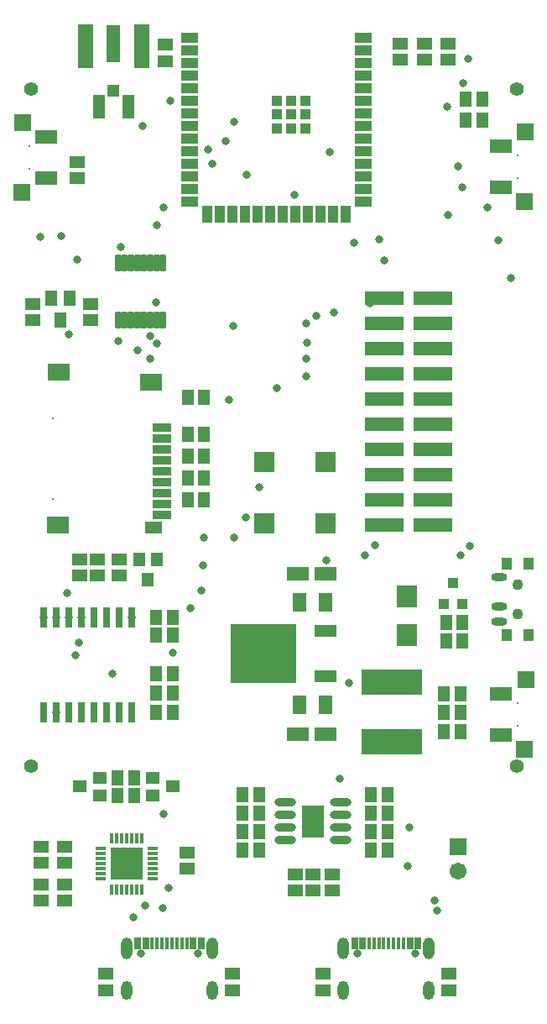
<source format=gbs>
G04*
G04 #@! TF.GenerationSoftware,Altium Limited,Altium Designer,20.1.7 (139)*
G04*
G04 Layer_Color=16711935*
%FSLAX25Y25*%
%MOIN*%
G70*
G04*
G04 #@! TF.SameCoordinates,5ECA0F7F-463D-40B6-9D18-12E9E7DCF4CC*
G04*
G04*
G04 #@! TF.FilePolarity,Negative*
G04*
G01*
G75*
%ADD22R,0.06115X0.17335*%
%ADD23R,0.06706X0.06706*%
%ADD24C,0.06706*%
%ADD25C,0.04343*%
%ADD26C,0.00800*%
%ADD27C,0.05524*%
%ADD28O,0.04343X0.07493*%
%ADD29O,0.04343X0.08674*%
%ADD30C,0.03162*%
%ADD31C,0.03300*%
%ADD84R,0.04540X0.05918*%
%ADD85R,0.24422X0.10249*%
%ADD86R,0.05918X0.04540*%
%ADD87R,0.08661X0.12598*%
%ADD88O,0.08674X0.03162*%
%ADD89R,0.08670X0.05520*%
%ADD90R,0.05328X0.07690*%
%ADD91R,0.26391X0.23635*%
%ADD92R,0.08674X0.04540*%
%ADD93R,0.07887X0.08674*%
%ADD94R,0.03950X0.04343*%
%ADD95R,0.02900X0.07900*%
%ADD96O,0.06312X0.03162*%
%ADD97R,0.03950X0.04737*%
%ADD98R,0.07887X0.07887*%
%ADD99R,0.04800X0.05300*%
%ADD100R,0.06706X0.06706*%
%ADD101R,0.08674X0.05524*%
G04:AMPARAMS|DCode=102|XSize=69.81mil|YSize=24.14mil|CornerRadius=6.02mil|HoleSize=0mil|Usage=FLASHONLY|Rotation=90.000|XOffset=0mil|YOffset=0mil|HoleType=Round|Shape=RoundedRectangle|*
%AMROUNDEDRECTD102*
21,1,0.06981,0.01211,0,0,90.0*
21,1,0.05778,0.02414,0,0,90.0*
1,1,0.01204,0.00605,0.02889*
1,1,0.01204,0.00605,-0.02889*
1,1,0.01204,-0.00605,-0.02889*
1,1,0.01204,-0.00605,0.02889*
%
%ADD102ROUNDEDRECTD102*%
%ADD103R,0.07800X0.03800*%
%ADD104R,0.06800X0.04800*%
%ADD105R,0.08800X0.06800*%
%ADD106R,0.05300X0.04800*%
%ADD107R,0.01800X0.04343*%
%ADD108R,0.04343X0.01800*%
%ADD109R,0.13005X0.13005*%
%ADD110R,0.15288X0.05800*%
%ADD111R,0.02756X0.04882*%
%ADD112R,0.01575X0.04882*%
%ADD113R,0.04737X0.06312*%
%ADD114R,0.06706X0.04343*%
%ADD115R,0.04343X0.06706*%
%ADD116R,0.04343X0.04343*%
%ADD117R,0.04934X0.09461*%
%ADD118R,0.04737X0.04934*%
%ADD119R,0.05800X0.14973*%
D22*
X266122Y662713D02*
D03*
X243878D02*
D03*
D23*
X391876Y344922D02*
D03*
D24*
Y335079D02*
D03*
D25*
X415500Y449000D02*
D03*
Y437188D02*
D03*
D26*
X415579Y392752D02*
D03*
X415547Y401902D02*
D03*
X415500Y610110D02*
D03*
X415469Y619260D02*
D03*
X230953Y514740D02*
D03*
Y483047D02*
D03*
X221531Y613850D02*
D03*
X221500Y623000D02*
D03*
D27*
X415326Y376842D02*
D03*
X222019D02*
D03*
Y645543D02*
D03*
X415326D02*
D03*
D28*
X346282Y288000D02*
D03*
X380337D02*
D03*
X294219D02*
D03*
X260163D02*
D03*
D29*
X346282Y304417D02*
D03*
X380337D02*
D03*
X294219D02*
D03*
X260163D02*
D03*
D30*
X351931Y302488D02*
D03*
X374687D02*
D03*
X288569D02*
D03*
X265813D02*
D03*
D31*
X278469Y413500D02*
D03*
X336500Y350500D02*
D03*
X319000Y425500D02*
D03*
X320000Y527000D02*
D03*
X388000Y595500D02*
D03*
X413000Y570500D02*
D03*
X285500Y439500D02*
D03*
X290000Y446500D02*
D03*
X339333Y389626D02*
D03*
X278500Y422000D02*
D03*
X262108Y435800D02*
D03*
X306500Y366000D02*
D03*
X248608Y452504D02*
D03*
X236500Y445500D02*
D03*
X339500Y458500D02*
D03*
X290500Y456500D02*
D03*
X226096Y338536D02*
D03*
X323098Y352496D02*
D03*
X323061Y357534D02*
D03*
X290949Y482412D02*
D03*
X313000Y487500D02*
D03*
X271973Y435800D02*
D03*
X226096Y329945D02*
D03*
X274500Y320500D02*
D03*
X371902Y337098D02*
D03*
X371500Y428800D02*
D03*
X345000Y372000D02*
D03*
X348500Y410000D02*
D03*
X345146Y352496D02*
D03*
X386000Y441000D02*
D03*
X357258Y358348D02*
D03*
X372500Y352500D02*
D03*
X365500Y386689D02*
D03*
X360500Y586000D02*
D03*
X354055Y610882D02*
D03*
X362512Y502412D02*
D03*
X345146Y357496D02*
D03*
X241250Y425750D02*
D03*
X254500Y413500D02*
D03*
X394016Y647984D02*
D03*
X227108Y435800D02*
D03*
X232108Y398200D02*
D03*
Y435800D02*
D03*
X240000Y421000D02*
D03*
X242108Y435800D02*
D03*
X271973Y428800D02*
D03*
X237108Y435800D02*
D03*
X359000Y464500D02*
D03*
X354705Y460444D02*
D03*
X240500Y578000D02*
D03*
X275500Y656500D02*
D03*
X396000Y657500D02*
D03*
X259000Y337000D02*
D03*
X396625Y464375D02*
D03*
X307500Y475500D02*
D03*
X277000Y328500D02*
D03*
X256612Y365358D02*
D03*
X275000Y358000D02*
D03*
X342500Y557000D02*
D03*
X257000Y452500D02*
D03*
X303000Y467500D02*
D03*
X291000D02*
D03*
X301000Y522250D02*
D03*
X383500Y319500D02*
D03*
X263000Y317000D02*
D03*
X267500Y321500D02*
D03*
X230000Y563000D02*
D03*
X226000Y587000D02*
D03*
X403500Y598500D02*
D03*
X331500Y531500D02*
D03*
X382000Y522412D02*
D03*
X331500Y538500D02*
D03*
X382000Y532412D02*
D03*
X234250Y587250D02*
D03*
X274208Y476494D02*
D03*
X285157Y620882D02*
D03*
X308000Y611500D02*
D03*
X332000Y545000D02*
D03*
X382000Y542412D02*
D03*
X272068Y591568D02*
D03*
X294118Y615882D02*
D03*
X357000Y560500D02*
D03*
X284453Y499862D02*
D03*
X292500Y621500D02*
D03*
X408000Y585500D02*
D03*
X393500Y606500D02*
D03*
X392000Y615000D02*
D03*
X354055Y605882D02*
D03*
X382500Y323500D02*
D03*
X354055Y600882D02*
D03*
X393000Y460500D02*
D03*
X263108Y372358D02*
D03*
X388000Y663614D02*
D03*
X378500D02*
D03*
X377500Y562000D02*
D03*
X284453Y508587D02*
D03*
X284384Y491068D02*
D03*
X264356Y541856D02*
D03*
X269500Y547500D02*
D03*
X272144Y544644D02*
D03*
X269500Y538500D02*
D03*
X246000Y553500D02*
D03*
X277500Y641000D02*
D03*
X285157Y650882D02*
D03*
Y645882D02*
D03*
X354055Y655882D02*
D03*
X401496Y641500D02*
D03*
X302500Y551500D02*
D03*
X275000Y598500D02*
D03*
X285157Y610882D02*
D03*
X327000Y603500D02*
D03*
X362512Y512412D02*
D03*
X362500Y577500D02*
D03*
X335500Y555500D02*
D03*
X284453Y482412D02*
D03*
X341000Y620500D02*
D03*
X354000Y626000D02*
D03*
X331500Y552500D02*
D03*
X382000Y552412D02*
D03*
X285157Y655882D02*
D03*
X237122Y548122D02*
D03*
X285157Y600882D02*
D03*
X354055Y665882D02*
D03*
X325512Y635488D02*
D03*
X285157Y665882D02*
D03*
X303000Y632500D02*
D03*
X350500Y584500D02*
D03*
X256714Y545714D02*
D03*
X274208Y489581D02*
D03*
X362512Y492412D02*
D03*
X274361Y498153D02*
D03*
X240500Y616606D02*
D03*
X258000Y583000D02*
D03*
X266500Y631000D02*
D03*
X272000Y561000D02*
D03*
X299500Y625000D02*
D03*
X362512Y472412D02*
D03*
X387500Y638500D02*
D03*
D84*
X392833Y390642D02*
D03*
X386337D02*
D03*
X392833Y398211D02*
D03*
X386337D02*
D03*
X386340Y405642D02*
D03*
X392837D02*
D03*
X363754Y358348D02*
D03*
X357258D02*
D03*
Y365704D02*
D03*
X363754D02*
D03*
Y350992D02*
D03*
X357258D02*
D03*
X363754Y343636D02*
D03*
X357258D02*
D03*
X312758Y358348D02*
D03*
X306262D02*
D03*
X312758Y365704D02*
D03*
X306262D02*
D03*
X312758Y350992D02*
D03*
X306262D02*
D03*
X312758Y343636D02*
D03*
X306262D02*
D03*
X387077Y434000D02*
D03*
X393573D02*
D03*
Y426500D02*
D03*
X387077D02*
D03*
X395000Y641500D02*
D03*
X401496D02*
D03*
X290949Y523240D02*
D03*
X284453D02*
D03*
X271973Y428800D02*
D03*
X278469D02*
D03*
Y435800D02*
D03*
X271973D02*
D03*
X278469Y413500D02*
D03*
X271973D02*
D03*
X278469Y406000D02*
D03*
X271973D02*
D03*
X278469Y398200D02*
D03*
X271973D02*
D03*
X284453Y508587D02*
D03*
X290949D02*
D03*
X284453Y499862D02*
D03*
X290949D02*
D03*
X284453Y491137D02*
D03*
X290949D02*
D03*
X284453Y482412D02*
D03*
X290949D02*
D03*
X401480Y633232D02*
D03*
X394984D02*
D03*
X263108Y372358D02*
D03*
X256612D02*
D03*
Y365358D02*
D03*
X263108D02*
D03*
D85*
X365500Y386689D02*
D03*
Y410311D02*
D03*
D86*
X334122Y327500D02*
D03*
Y333996D02*
D03*
X341994D02*
D03*
Y327500D02*
D03*
X327122D02*
D03*
Y333996D02*
D03*
X369000Y663614D02*
D03*
Y657118D02*
D03*
X235596Y323449D02*
D03*
Y329945D02*
D03*
X226096Y323449D02*
D03*
Y329945D02*
D03*
Y345032D02*
D03*
Y338536D02*
D03*
X235596Y345032D02*
D03*
Y338536D02*
D03*
X275500Y663087D02*
D03*
Y656591D02*
D03*
X241608Y459000D02*
D03*
Y452504D02*
D03*
X248608D02*
D03*
Y459000D02*
D03*
X257062Y452504D02*
D03*
Y459000D02*
D03*
X222760Y553902D02*
D03*
Y560398D02*
D03*
X388309Y294496D02*
D03*
Y288000D02*
D03*
X338309Y294496D02*
D03*
Y288000D02*
D03*
X240500Y610110D02*
D03*
Y616606D02*
D03*
X245961Y553902D02*
D03*
Y560398D02*
D03*
X251812Y294496D02*
D03*
Y288000D02*
D03*
X302206Y294496D02*
D03*
Y288000D02*
D03*
X388000Y657118D02*
D03*
Y663614D02*
D03*
X378500Y657118D02*
D03*
Y663614D02*
D03*
X284081Y342724D02*
D03*
Y336228D02*
D03*
D87*
X334122Y354996D02*
D03*
D88*
X323098Y347496D02*
D03*
Y352496D02*
D03*
Y357496D02*
D03*
Y362496D02*
D03*
X345146Y347496D02*
D03*
Y352496D02*
D03*
Y357496D02*
D03*
Y362496D02*
D03*
D89*
X328315Y453311D02*
D03*
X339337D02*
D03*
X339333Y389626D02*
D03*
X328311D02*
D03*
D90*
X328900Y441811D02*
D03*
X339333D02*
D03*
Y401126D02*
D03*
X328900D02*
D03*
D91*
X314530Y421493D02*
D03*
D92*
X339333Y430489D02*
D03*
X339333Y412497D02*
D03*
D93*
X371500Y444233D02*
D03*
Y428800D02*
D03*
D94*
X389833Y449472D02*
D03*
X386092Y441205D02*
D03*
X393573D02*
D03*
D95*
X262108Y398200D02*
D03*
X257108D02*
D03*
X252108D02*
D03*
X247108D02*
D03*
X242108D02*
D03*
X237108D02*
D03*
X232108D02*
D03*
X227108D02*
D03*
Y435800D02*
D03*
X232108D02*
D03*
X237108D02*
D03*
X242108D02*
D03*
X247108D02*
D03*
X252108D02*
D03*
X257108D02*
D03*
X262108D02*
D03*
D96*
X408020Y434236D02*
D03*
Y440141D02*
D03*
Y451952D02*
D03*
D97*
X411169Y457267D02*
D03*
X419831D02*
D03*
Y428921D02*
D03*
X411169D02*
D03*
D98*
X339106Y473394D02*
D03*
Y497606D02*
D03*
X314894D02*
D03*
Y473394D02*
D03*
D99*
X268568Y451000D02*
D03*
X272068Y459000D02*
D03*
X265068D02*
D03*
D100*
X418303Y383594D02*
D03*
X418697Y411154D02*
D03*
X418224Y600953D02*
D03*
X418618Y628512D02*
D03*
X218382Y604598D02*
D03*
X218776Y632157D02*
D03*
D101*
X408854Y389106D02*
D03*
Y405642D02*
D03*
X408776Y606465D02*
D03*
Y623000D02*
D03*
X228224Y610110D02*
D03*
Y626646D02*
D03*
D102*
X274627Y553902D02*
D03*
X272068D02*
D03*
X269509D02*
D03*
X266950D02*
D03*
X264391D02*
D03*
X261832D02*
D03*
X259273D02*
D03*
X256714D02*
D03*
Y576500D02*
D03*
X259273D02*
D03*
X261832D02*
D03*
X264391D02*
D03*
X266950D02*
D03*
X269509D02*
D03*
X272068D02*
D03*
X274627D02*
D03*
D103*
X274208Y480856D02*
D03*
Y511394D02*
D03*
Y502669D02*
D03*
Y493944D02*
D03*
Y476494D02*
D03*
Y485219D02*
D03*
Y489581D02*
D03*
Y498306D02*
D03*
Y507031D02*
D03*
D104*
X270708Y471694D02*
D03*
D105*
X232808Y472594D02*
D03*
X269708Y529394D02*
D03*
X233108Y533194D02*
D03*
D106*
X241608Y368858D02*
D03*
X249608Y365358D02*
D03*
Y372358D02*
D03*
X270608Y365358D02*
D03*
Y372358D02*
D03*
X278608Y368858D02*
D03*
D107*
X266069Y328000D02*
D03*
X264100D02*
D03*
X262132D02*
D03*
X260163D02*
D03*
X258195D02*
D03*
X256226D02*
D03*
X254258D02*
D03*
Y348394D02*
D03*
X256226D02*
D03*
X258195D02*
D03*
X260163D02*
D03*
X262132D02*
D03*
X264100D02*
D03*
X266069D02*
D03*
D108*
X249967Y332291D02*
D03*
Y334260D02*
D03*
Y336228D02*
D03*
Y338197D02*
D03*
Y340165D02*
D03*
Y342134D02*
D03*
Y344102D02*
D03*
X270360D02*
D03*
Y342134D02*
D03*
Y340165D02*
D03*
Y338197D02*
D03*
Y336228D02*
D03*
Y334260D02*
D03*
Y332291D02*
D03*
D109*
X260163Y338197D02*
D03*
D110*
X362512Y472412D02*
D03*
X382000D02*
D03*
X362512Y482412D02*
D03*
X382000D02*
D03*
X362512Y492412D02*
D03*
X382000D02*
D03*
X362512Y502412D02*
D03*
X382000D02*
D03*
X362512Y512412D02*
D03*
X382000D02*
D03*
X362512Y522412D02*
D03*
X382000D02*
D03*
X362512Y532412D02*
D03*
X382000D02*
D03*
X362512Y542412D02*
D03*
X382000D02*
D03*
X362512Y552412D02*
D03*
X382000D02*
D03*
X362512Y562412D02*
D03*
X382000D02*
D03*
D111*
X350711Y306701D02*
D03*
X353860D02*
D03*
X372758D02*
D03*
X375907D02*
D03*
X289789D02*
D03*
X286640D02*
D03*
X267742D02*
D03*
X264593D02*
D03*
D112*
X356419D02*
D03*
X358388D02*
D03*
X360356D02*
D03*
X362325D02*
D03*
X370199D02*
D03*
X368230D02*
D03*
X366262D02*
D03*
X364293D02*
D03*
X278175D02*
D03*
X280144D02*
D03*
X282112D02*
D03*
X284081D02*
D03*
X276207D02*
D03*
X274238D02*
D03*
X272270D02*
D03*
X270301D02*
D03*
D113*
X230020Y562563D02*
D03*
X237500D02*
D03*
X233760Y553902D02*
D03*
D114*
X285157Y665882D02*
D03*
Y660882D02*
D03*
Y655882D02*
D03*
Y650882D02*
D03*
Y645882D02*
D03*
Y640882D02*
D03*
Y635882D02*
D03*
Y630882D02*
D03*
Y625882D02*
D03*
Y620882D02*
D03*
Y615882D02*
D03*
Y610882D02*
D03*
Y605882D02*
D03*
Y600882D02*
D03*
X354055D02*
D03*
Y605882D02*
D03*
Y610882D02*
D03*
Y615882D02*
D03*
Y620882D02*
D03*
Y625882D02*
D03*
Y630882D02*
D03*
Y635882D02*
D03*
Y640882D02*
D03*
Y645882D02*
D03*
Y650882D02*
D03*
Y655882D02*
D03*
Y660882D02*
D03*
Y665882D02*
D03*
D115*
X292106Y595961D02*
D03*
X297106D02*
D03*
X302106D02*
D03*
X307106D02*
D03*
X312106D02*
D03*
X317106D02*
D03*
X322106D02*
D03*
X327106D02*
D03*
X332106D02*
D03*
X337106D02*
D03*
X342106D02*
D03*
X347106D02*
D03*
D116*
X320000Y641000D02*
D03*
X325512D02*
D03*
X331024D02*
D03*
X320000Y629976D02*
D03*
X325512D02*
D03*
X331024D02*
D03*
X320000Y635488D02*
D03*
X331024D02*
D03*
X325512D02*
D03*
D117*
X249186Y638606D02*
D03*
X260800D02*
D03*
D118*
X255000Y644906D02*
D03*
D119*
Y663500D02*
D03*
M02*

</source>
